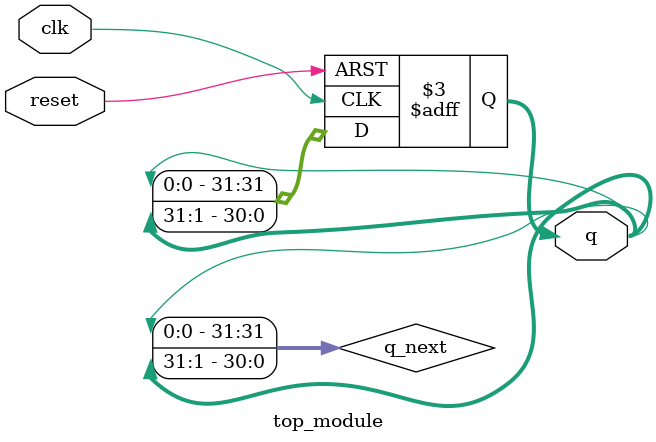
<source format=sv>
module top_module(
    input clk,
    input reset,
    output reg [31:0] q
);

    reg [31:0] q_next;

    always @(posedge clk or posedge reset) begin
        if (reset) begin
            q <= 32'h1;
        end else begin
            q <= q_next;
        end
    end

    always @(*) begin
        q_next = {q[0], q[31:1]};
    end

endmodule

</source>
